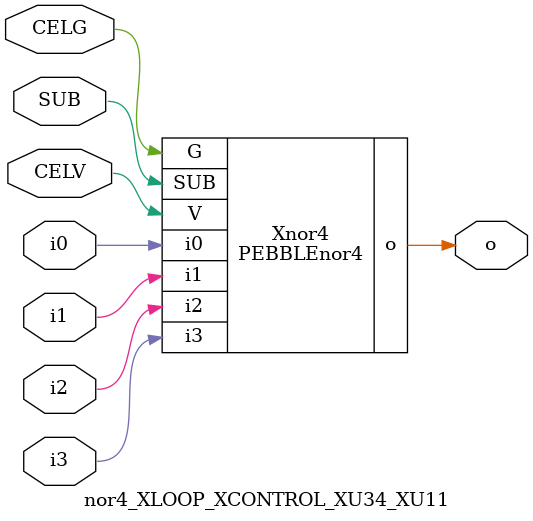
<source format=v>



module PEBBLEnor4 ( o, G, SUB, V, i0, i1, i2, i3 );

  input i0;
  input V;
  input i3;
  input i2;
  input i1;
  input G;
  output o;
  input SUB;
endmodule

//Celera Confidential Do Not Copy nor4_XLOOP_XCONTROL_XU34_XU11
//Celera Confidential Symbol Generator
//nor4
module nor4_XLOOP_XCONTROL_XU34_XU11 (CELV,CELG,i0,i1,i2,i3,o,SUB);
input CELV;
input CELG;
input i0;
input i1;
input i2;
input i3;
input SUB;
output o;

//Celera Confidential Do Not Copy nor4
PEBBLEnor4 Xnor4(
.V (CELV),
.i0 (i0),
.i1 (i1),
.i2 (i2),
.i3 (i3),
.o (o),
.SUB (SUB),
.G (CELG)
);
//,diesize,PEBBLEnor4

//Celera Confidential Do Not Copy Module End
//Celera Schematic Generator
endmodule

</source>
